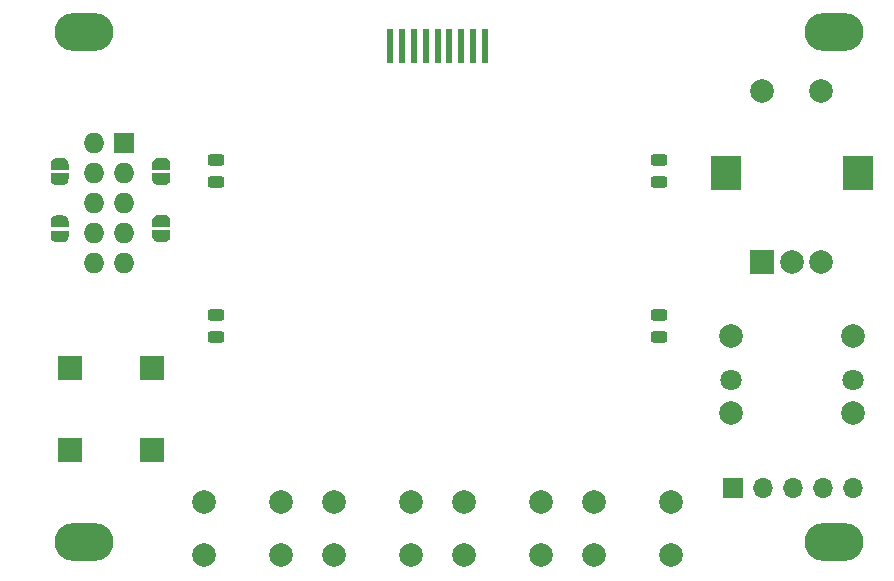
<source format=gbr>
%TF.GenerationSoftware,KiCad,Pcbnew,5.99.0-unknown-71ab42e60~106~ubuntu18.04.1*%
%TF.CreationDate,2021-01-06T07:49:34+01:00*%
%TF.ProjectId,tosta,746f7374-612e-46b6-9963-61645f706362,A*%
%TF.SameCoordinates,Original*%
%TF.FileFunction,Soldermask,Top*%
%TF.FilePolarity,Negative*%
%FSLAX46Y46*%
G04 Gerber Fmt 4.6, Leading zero omitted, Abs format (unit mm)*
G04 Created by KiCad (PCBNEW 5.99.0-unknown-71ab42e60~106~ubuntu18.04.1) date 2021-01-06 07:49:34*
%MOMM*%
%LPD*%
G01*
G04 APERTURE LIST*
G04 Aperture macros list*
%AMRoundRect*
0 Rectangle with rounded corners*
0 $1 Rounding radius*
0 $2 $3 $4 $5 $6 $7 $8 $9 X,Y pos of 4 corners*
0 Add a 4 corners polygon primitive as box body*
4,1,4,$2,$3,$4,$5,$6,$7,$8,$9,$2,$3,0*
0 Add four circle primitives for the rounded corners*
1,1,$1+$1,$2,$3,0*
1,1,$1+$1,$4,$5,0*
1,1,$1+$1,$6,$7,0*
1,1,$1+$1,$8,$9,0*
0 Add four rect primitives between the rounded corners*
20,1,$1+$1,$2,$3,$4,$5,0*
20,1,$1+$1,$4,$5,$6,$7,0*
20,1,$1+$1,$6,$7,$8,$9,0*
20,1,$1+$1,$8,$9,$2,$3,0*%
G04 Aperture macros list end*
%ADD10R,0.600000X3.000000*%
%ADD11RoundRect,0.243750X0.456250X-0.243750X0.456250X0.243750X-0.456250X0.243750X-0.456250X-0.243750X0*%
%ADD12C,2.000000*%
%ADD13R,2.000000X2.000000*%
%ADD14R,2.500000X3.000000*%
%ADD15O,5.000000X3.200000*%
%ADD16C,1.800000*%
%ADD17R,1.727200X1.727200*%
%ADD18O,1.727200X1.727200*%
%ADD19R,1.700000X1.700000*%
%ADD20O,1.700000X1.700000*%
G04 APERTURE END LIST*
D10*
X78473864Y-52440000D03*
X79473864Y-52440000D03*
X80473864Y-52440000D03*
X81473864Y-52440000D03*
X82473864Y-52440000D03*
X83473864Y-52440000D03*
X84473864Y-52440000D03*
X85473864Y-52440000D03*
X86473864Y-52440000D03*
D11*
X101213864Y-63967000D03*
X101213864Y-62092000D03*
X101213864Y-77067000D03*
X101213864Y-75192000D03*
X63713864Y-77067000D03*
X63713864Y-75192000D03*
X63713864Y-63967000D03*
X63713864Y-62092000D03*
D12*
X69223864Y-91050000D03*
X62723864Y-91050000D03*
X69223864Y-95550000D03*
X62723864Y-95550000D03*
X91223864Y-91050000D03*
X84723864Y-91050000D03*
X91223864Y-95550000D03*
X84723864Y-95550000D03*
X102223864Y-91050000D03*
X95723864Y-91050000D03*
X102223864Y-95550000D03*
X95723864Y-95550000D03*
X80223864Y-91050000D03*
X73723864Y-91050000D03*
X80223864Y-95550000D03*
X73723864Y-95550000D03*
D13*
X109973864Y-70702102D03*
D12*
X114973864Y-70702102D03*
X112473864Y-70702102D03*
D14*
X106873864Y-63202102D03*
X118073864Y-63202102D03*
D12*
X109973864Y-56202102D03*
X114973864Y-56202102D03*
D13*
X51323864Y-86660000D03*
X51323864Y-79660000D03*
X58323864Y-86660000D03*
X58323864Y-79660000D03*
D15*
X116040000Y-94450000D03*
G36*
X59823864Y-63210001D02*
G01*
X59823864Y-63710000D01*
X59818897Y-63710000D01*
X59817432Y-63789941D01*
X59775157Y-63925256D01*
X59696602Y-64043266D01*
X59588083Y-64134486D01*
X59458323Y-64191581D01*
X59323863Y-64209164D01*
X59323863Y-64210000D01*
X58823864Y-64210000D01*
X58823864Y-64209164D01*
X58817755Y-64209963D01*
X58677678Y-64188152D01*
X58549353Y-64127903D01*
X58443095Y-64034059D01*
X58367447Y-63914164D01*
X58328490Y-63777857D01*
X58328905Y-63710000D01*
X58323864Y-63710000D01*
X58323864Y-63210000D01*
X59823864Y-63210001D01*
G37*
G36*
X58328905Y-62410000D02*
G01*
X58329356Y-62336095D01*
X58369975Y-62200274D01*
X58447082Y-62081312D01*
X58554479Y-61988774D01*
X58683532Y-61930097D01*
X58823865Y-61910000D01*
X59323864Y-61910000D01*
X59336080Y-61910149D01*
X59475881Y-61933669D01*
X59603460Y-61995482D01*
X59708564Y-62090617D01*
X59782741Y-62211427D01*
X59820030Y-62348200D01*
X59818897Y-62410000D01*
X59823864Y-62410000D01*
X59823864Y-62910000D01*
X58323864Y-62909999D01*
X58323864Y-62410000D01*
X58328905Y-62410000D01*
G37*
D12*
X107323864Y-77010000D03*
D16*
X107323864Y-80710000D03*
D12*
X117623864Y-77010000D03*
X107323864Y-83510000D03*
D16*
X117623864Y-80710000D03*
D12*
X117623864Y-83510000D03*
G36*
X59823864Y-68010001D02*
G01*
X59823864Y-68510000D01*
X59818897Y-68510000D01*
X59817432Y-68589941D01*
X59775157Y-68725256D01*
X59696602Y-68843266D01*
X59588083Y-68934486D01*
X59458323Y-68991581D01*
X59323863Y-69009164D01*
X59323863Y-69010000D01*
X58823864Y-69010000D01*
X58823864Y-69009164D01*
X58817755Y-69009963D01*
X58677678Y-68988152D01*
X58549353Y-68927903D01*
X58443095Y-68834059D01*
X58367447Y-68714164D01*
X58328490Y-68577857D01*
X58328905Y-68510000D01*
X58323864Y-68510000D01*
X58323864Y-68010000D01*
X59823864Y-68010001D01*
G37*
G36*
X58328905Y-67210000D02*
G01*
X58329356Y-67136095D01*
X58369975Y-67000274D01*
X58447082Y-66881312D01*
X58554479Y-66788774D01*
X58683532Y-66730097D01*
X58823865Y-66710000D01*
X59323864Y-66710000D01*
X59336080Y-66710149D01*
X59475881Y-66733669D01*
X59603460Y-66795482D01*
X59708564Y-66890617D01*
X59782741Y-67011427D01*
X59820030Y-67148200D01*
X59818897Y-67210000D01*
X59823864Y-67210000D01*
X59823864Y-67710000D01*
X58323864Y-67709999D01*
X58323864Y-67210000D01*
X58328905Y-67210000D01*
G37*
D15*
X116040000Y-51270000D03*
G36*
X51223864Y-63210001D02*
G01*
X51223864Y-63710000D01*
X51218897Y-63710000D01*
X51217432Y-63789941D01*
X51175157Y-63925256D01*
X51096602Y-64043266D01*
X50988083Y-64134486D01*
X50858323Y-64191581D01*
X50723863Y-64209164D01*
X50723863Y-64210000D01*
X50223864Y-64210000D01*
X50223864Y-64209164D01*
X50217755Y-64209963D01*
X50077678Y-64188152D01*
X49949353Y-64127903D01*
X49843095Y-64034059D01*
X49767447Y-63914164D01*
X49728490Y-63777857D01*
X49728905Y-63710000D01*
X49723864Y-63710000D01*
X49723864Y-63210000D01*
X51223864Y-63210001D01*
G37*
G36*
X49728905Y-62410000D02*
G01*
X49729356Y-62336095D01*
X49769975Y-62200274D01*
X49847082Y-62081312D01*
X49954479Y-61988774D01*
X50083532Y-61930097D01*
X50223865Y-61910000D01*
X50723864Y-61910000D01*
X50736080Y-61910149D01*
X50875881Y-61933669D01*
X51003460Y-61995482D01*
X51108564Y-62090617D01*
X51182741Y-62211427D01*
X51220030Y-62348200D01*
X51218897Y-62410000D01*
X51223864Y-62410000D01*
X51223864Y-62910000D01*
X49723864Y-62909999D01*
X49723864Y-62410000D01*
X49728905Y-62410000D01*
G37*
X52540000Y-51270000D03*
G36*
X51223864Y-68060001D02*
G01*
X51223864Y-68560000D01*
X51218897Y-68560000D01*
X51217432Y-68639941D01*
X51175157Y-68775256D01*
X51096602Y-68893266D01*
X50988083Y-68984486D01*
X50858323Y-69041581D01*
X50723863Y-69059164D01*
X50723863Y-69060000D01*
X50223864Y-69060000D01*
X50223864Y-69059164D01*
X50217755Y-69059963D01*
X50077678Y-69038152D01*
X49949353Y-68977903D01*
X49843095Y-68884059D01*
X49767447Y-68764164D01*
X49728490Y-68627857D01*
X49728905Y-68560000D01*
X49723864Y-68560000D01*
X49723864Y-68060000D01*
X51223864Y-68060001D01*
G37*
G36*
X49728905Y-67260000D02*
G01*
X49729356Y-67186095D01*
X49769975Y-67050274D01*
X49847082Y-66931312D01*
X49954479Y-66838774D01*
X50083532Y-66780097D01*
X50223865Y-66760000D01*
X50723864Y-66760000D01*
X50736080Y-66760149D01*
X50875881Y-66783669D01*
X51003460Y-66845482D01*
X51108564Y-66940617D01*
X51182741Y-67061427D01*
X51220030Y-67198200D01*
X51218897Y-67260000D01*
X51223864Y-67260000D01*
X51223864Y-67760000D01*
X49723864Y-67759999D01*
X49723864Y-67260000D01*
X49728905Y-67260000D01*
G37*
X52540000Y-94450000D03*
D17*
X55924864Y-60672500D03*
D18*
X53384864Y-60672500D03*
X55924864Y-63212500D03*
X53384864Y-63212500D03*
X55924864Y-65752500D03*
X53384864Y-65752500D03*
X55924864Y-68292500D03*
X53384864Y-68292500D03*
X55924864Y-70832500D03*
X53384864Y-70832500D03*
D19*
X107473864Y-89860000D03*
D20*
X110013864Y-89860000D03*
X112553864Y-89860000D03*
X115093864Y-89860000D03*
X117633864Y-89860000D03*
M02*

</source>
